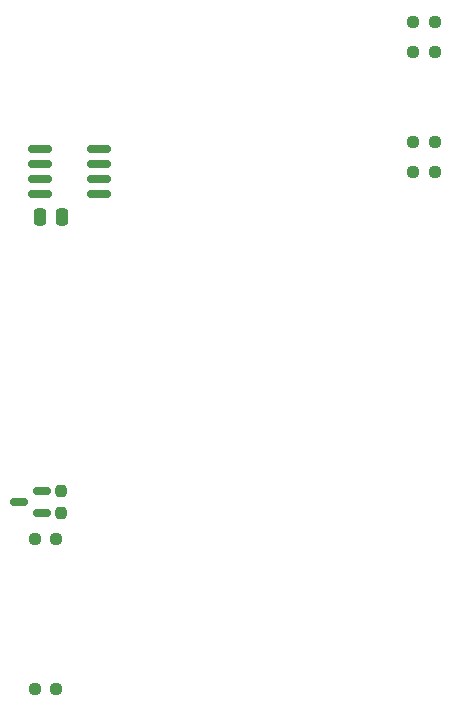
<source format=gbr>
%TF.GenerationSoftware,KiCad,Pcbnew,(6.0.9)*%
%TF.CreationDate,2023-01-21T06:35:56-09:00*%
%TF.ProjectId,CONTROLLER_ AMPCD_DDI,434f4e54-524f-44c4-9c45-522c20414d50,1*%
%TF.SameCoordinates,Original*%
%TF.FileFunction,Paste,Top*%
%TF.FilePolarity,Positive*%
%FSLAX46Y46*%
G04 Gerber Fmt 4.6, Leading zero omitted, Abs format (unit mm)*
G04 Created by KiCad (PCBNEW (6.0.9)) date 2023-01-21 06:35:56*
%MOMM*%
%LPD*%
G01*
G04 APERTURE LIST*
G04 Aperture macros list*
%AMRoundRect*
0 Rectangle with rounded corners*
0 $1 Rounding radius*
0 $2 $3 $4 $5 $6 $7 $8 $9 X,Y pos of 4 corners*
0 Add a 4 corners polygon primitive as box body*
4,1,4,$2,$3,$4,$5,$6,$7,$8,$9,$2,$3,0*
0 Add four circle primitives for the rounded corners*
1,1,$1+$1,$2,$3*
1,1,$1+$1,$4,$5*
1,1,$1+$1,$6,$7*
1,1,$1+$1,$8,$9*
0 Add four rect primitives between the rounded corners*
20,1,$1+$1,$2,$3,$4,$5,0*
20,1,$1+$1,$4,$5,$6,$7,0*
20,1,$1+$1,$6,$7,$8,$9,0*
20,1,$1+$1,$8,$9,$2,$3,0*%
G04 Aperture macros list end*
%ADD10RoundRect,0.150000X0.825000X0.150000X-0.825000X0.150000X-0.825000X-0.150000X0.825000X-0.150000X0*%
%ADD11RoundRect,0.150000X0.587500X0.150000X-0.587500X0.150000X-0.587500X-0.150000X0.587500X-0.150000X0*%
%ADD12RoundRect,0.237500X0.250000X0.237500X-0.250000X0.237500X-0.250000X-0.237500X0.250000X-0.237500X0*%
%ADD13RoundRect,0.237500X0.237500X-0.250000X0.237500X0.250000X-0.237500X0.250000X-0.237500X-0.250000X0*%
%ADD14RoundRect,0.237500X-0.250000X-0.237500X0.250000X-0.237500X0.250000X0.237500X-0.250000X0.237500X0*%
%ADD15RoundRect,0.250000X-0.250000X-0.475000X0.250000X-0.475000X0.250000X0.475000X-0.250000X0.475000X0*%
G04 APERTURE END LIST*
D10*
%TO.C,U1*%
X14032000Y44450000D03*
X14032000Y45720000D03*
X14032000Y46990000D03*
X14032000Y48260000D03*
X9082000Y48260000D03*
X9082000Y46990000D03*
X9082000Y45720000D03*
X9082000Y44450000D03*
%TD*%
D11*
%TO.C,Q2*%
X9192500Y17465000D03*
X9192500Y19365000D03*
X7317500Y18415000D03*
%TD*%
D12*
%TO.C,R5*%
X42465000Y56515000D03*
X40640000Y56515000D03*
%TD*%
D13*
%TO.C,R3*%
X10795000Y17502500D03*
X10795000Y19327500D03*
%TD*%
D14*
%TO.C,R2*%
X8612500Y15240000D03*
X10437500Y15240000D03*
%TD*%
D12*
%TO.C,R1*%
X10437500Y2540000D03*
X8612500Y2540000D03*
%TD*%
%TO.C,R7*%
X42465000Y46355000D03*
X40640000Y46355000D03*
%TD*%
D14*
%TO.C,R6*%
X40640000Y48895000D03*
X42465000Y48895000D03*
%TD*%
%TO.C,R4*%
X40640000Y59055000D03*
X42465000Y59055000D03*
%TD*%
D15*
%TO.C,C1*%
X9022000Y42545000D03*
X10922000Y42545000D03*
%TD*%
M02*

</source>
